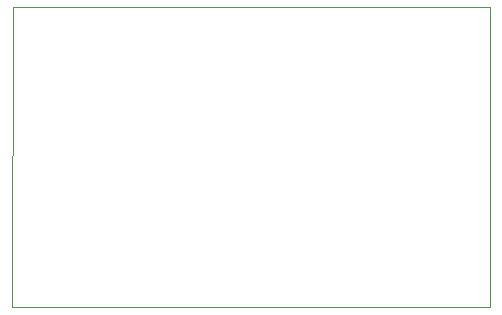
<source format=gbr>
G04 #@! TF.GenerationSoftware,KiCad,Pcbnew,(6.0.2)*
G04 #@! TF.CreationDate,2022-07-04T11:46:19+05:00*
G04 #@! TF.ProjectId,18bit-DIT,31386269-742d-4444-9954-2e6b69636164,rev?*
G04 #@! TF.SameCoordinates,Original*
G04 #@! TF.FileFunction,Profile,NP*
%FSLAX46Y46*%
G04 Gerber Fmt 4.6, Leading zero omitted, Abs format (unit mm)*
G04 Created by KiCad (PCBNEW (6.0.2)) date 2022-07-04 11:46:19*
%MOMM*%
%LPD*%
G01*
G04 APERTURE LIST*
G04 #@! TA.AperFunction,Profile*
%ADD10C,0.050000*%
G04 #@! TD*
G04 APERTURE END LIST*
D10*
X164450000Y-78000000D02*
X123980000Y-78000000D01*
X124000000Y-52600000D02*
X164450000Y-52600000D01*
X164450000Y-52600000D02*
X164450000Y-78000000D01*
X123980000Y-78000000D02*
X124000000Y-52600000D01*
M02*

</source>
